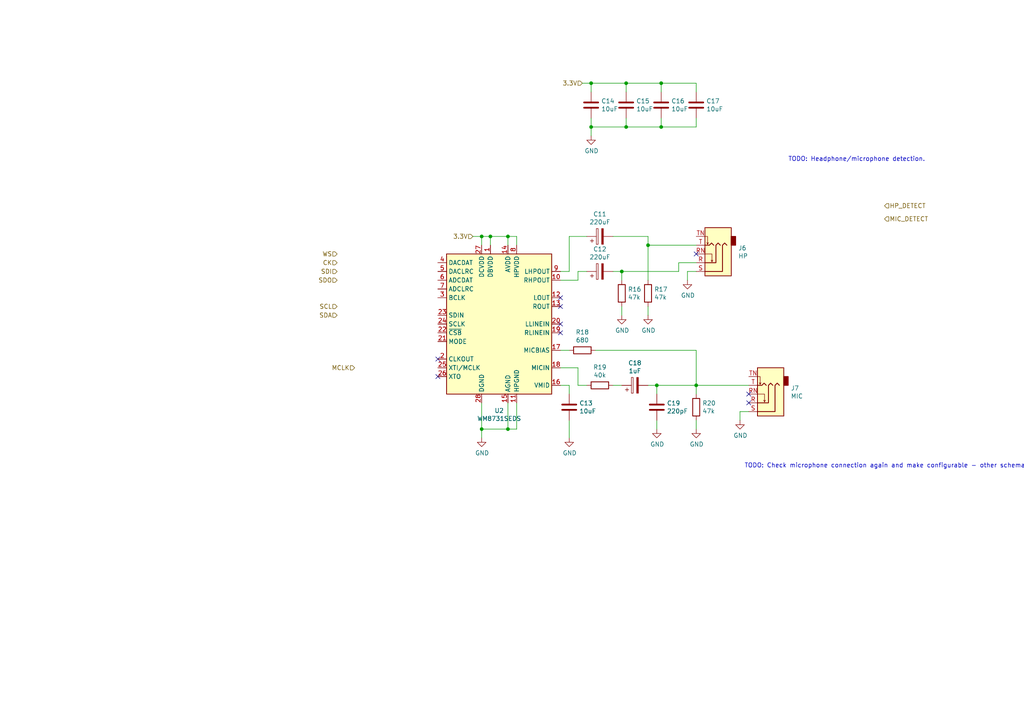
<source format=kicad_sch>
(kicad_sch (version 20201015) (generator eeschema)
  (page 1 7)
  (paper "A4")
  (lib_symbols
    (symbol "Audio:WM8731SEDS"
      (property "Reference" "U" (at -13.97 21.59 0))
      (property "Value" "WM8731SEDS" (at 0 5.08 0))
      (symbol "WM8731SEDS_0_1"
        (rectangle (start -15.24 20.32) (end 15.24 -20.32) (stroke (width 0.254)) (fill (type background)))
      )
      (symbol "WM8731SEDS_1_1"
        (pin power_in line (at -2.54 22.86 270) (length 2.54) (name "DBVDD") (number "1"))
        (pin output line (at 17.78 12.7 180) (length 2.54) (name "RHPOUT") (number "10"))
        (pin power_in line (at 5.08 -22.86 90) (length 2.54) (name "HPGND") (number "11"))
        (pin output line (at 17.78 7.62 180) (length 2.54) (name "LOUT") (number "12"))
        (pin output line (at 17.78 5.08 180) (length 2.54) (name "ROUT") (number "13"))
        (pin power_in line (at 2.54 22.86 270) (length 2.54) (name "AVDD") (number "14"))
        (pin power_in line (at 2.54 -22.86 90) (length 2.54) (name "AGND") (number "15"))
        (pin passive line (at 17.78 -17.78 180) (length 2.54) (name "VMID") (number "16"))
        (pin output line (at 17.78 -7.62 180) (length 2.54) (name "MICBIAS") (number "17"))
        (pin input line (at 17.78 -12.7 180) (length 2.54) (name "MICIN") (number "18"))
        (pin input line (at 17.78 -2.54 180) (length 2.54) (name "RLINEIN") (number "19"))
        (pin output line (at -17.78 -10.16 0) (length 2.54) (name "CLKOUT") (number "2"))
        (pin input line (at 17.78 0 180) (length 2.54) (name "LLINEIN") (number "20"))
        (pin input line (at -17.78 -5.08 0) (length 2.54) (name "MODE") (number "21"))
        (pin input line (at -17.78 -2.54 0) (length 2.54) (name "~CSB") (number "22"))
        (pin bidirectional line (at -17.78 2.54 0) (length 2.54) (name "SDIN") (number "23"))
        (pin input line (at -17.78 0 0) (length 2.54) (name "SCLK") (number "24"))
        (pin input line (at -17.78 -12.7 0) (length 2.54) (name "XTI/MCLK") (number "25"))
        (pin output line (at -17.78 -15.24 0) (length 2.54) (name "XTO") (number "26"))
        (pin power_in line (at -5.08 22.86 270) (length 2.54) (name "DCVDD") (number "27"))
        (pin power_in line (at -5.08 -22.86 90) (length 2.54) (name "DGND") (number "28"))
        (pin bidirectional line (at -17.78 7.62 0) (length 2.54) (name "BCLK") (number "3"))
        (pin input line (at -17.78 17.78 0) (length 2.54) (name "DACDAT") (number "4"))
        (pin bidirectional line (at -17.78 15.24 0) (length 2.54) (name "DACLRC") (number "5"))
        (pin output line (at -17.78 12.7 0) (length 2.54) (name "ADCDAT") (number "6"))
        (pin bidirectional line (at -17.78 10.16 0) (length 2.54) (name "ADCLRC") (number "7"))
        (pin power_in line (at 5.08 22.86 270) (length 2.54) (name "HPVDD") (number "8"))
        (pin output line (at 17.78 15.24 180) (length 2.54) (name "LHPOUT") (number "9"))
      )
    )
    (symbol "Connector:AudioJack3_SwitchTR"
      (property "Reference" "J" (at 0 8.89 0))
      (property "Value" "AudioJack3_SwitchTR" (at 0 6.35 0))
      (symbol "AudioJack3_SwitchTR_0_1"
        (rectangle (start -5.08 -5.08) (end -6.35 -7.62) (stroke (width 0.254)) (fill (type outline)))
        (rectangle (start 2.54 3.81) (end -5.08 -10.16) (stroke (width 0.254)) (fill (type background)))
        (polyline (pts (xy 0.508 -0.254) (xy 0.762 -0.762)))
        (polyline (pts (xy 1.778 -5.334) (xy 2.032 -5.842)))
        (polyline (pts (xy 0 -5.08) (xy 0.635 -5.715) (xy 1.27 -5.08) (xy 2.54 -5.08)) (stroke (width 0.254)))
        (polyline (pts (xy 2.54 -7.62) (xy 1.778 -7.62) (xy 1.778 -5.334) (xy 1.524 -5.842)))
        (polyline (pts (xy 2.54 -2.54) (xy 0.508 -2.54) (xy 0.508 -0.254) (xy 0.254 -0.762)))
        (polyline (pts (xy -1.905 -5.08) (xy -1.27 -5.715) (xy -0.635 -5.08) (xy -0.635 0) (xy 2.54 0)) (stroke (width 0.254)))
        (polyline (pts (xy 2.54 2.54) (xy -2.54 2.54) (xy -2.54 -5.08) (xy -3.175 -5.715) (xy -3.81 -5.08)) (stroke (width 0.254)))
      )
      (symbol "AudioJack3_SwitchTR_1_1"
        (pin passive line (at 5.08 0 180) (length 2.54) (name "~") (number "R"))
        (pin passive line (at 5.08 -2.54 180) (length 2.54) (name "~") (number "RN"))
        (pin passive line (at 5.08 2.54 180) (length 2.54) (name "~") (number "S"))
        (pin passive line (at 5.08 -5.08 180) (length 2.54) (name "~") (number "T"))
        (pin passive line (at 5.08 -7.62 180) (length 2.54) (name "~") (number "TN"))
      )
    )
    (symbol "Device:C" (pin_numbers hide) (pin_names (offset 0.254))
      (property "Reference" "C" (at 0.635 2.54 0))
      (property "Value" "C" (at 0.635 -2.54 0))
      (symbol "C_0_1"
        (polyline (pts (xy -2.032 -0.762) (xy 2.032 -0.762)) (stroke (width 0.508)))
        (polyline (pts (xy -2.032 0.762) (xy 2.032 0.762)) (stroke (width 0.508)))
      )
      (symbol "C_1_1"
        (pin passive line (at 0 3.81 270) (length 2.794) (name "~") (number "1"))
        (pin passive line (at 0 -3.81 90) (length 2.794) (name "~") (number "2"))
      )
    )
    (symbol "Device:C_Polarized" (pin_numbers hide) (pin_names (offset 0.254))
      (property "Reference" "C" (at 0.635 2.54 0))
      (property "Value" "C_Polarized" (at 0.635 -2.54 0))
      (symbol "C_Polarized_0_1"
        (rectangle (start -2.286 0.508) (end 2.286 1.016))
        (rectangle (start 2.286 -0.508) (end -2.286 -1.016) (fill (type outline)))
        (polyline (pts (xy -1.778 2.286) (xy -0.762 2.286)))
        (polyline (pts (xy -1.27 2.794) (xy -1.27 1.778)))
      )
      (symbol "C_Polarized_1_1"
        (pin passive line (at 0 3.81 270) (length 2.794) (name "~") (number "1"))
        (pin passive line (at 0 -3.81 90) (length 2.794) (name "~") (number "2"))
      )
    )
    (symbol "Device:R" (pin_numbers hide) (pin_names (offset 0))
      (property "Reference" "R" (at 2.032 0 90))
      (property "Value" "R" (at 0 0 90))
      (symbol "R_0_1"
        (rectangle (start -1.016 -2.54) (end 1.016 2.54) (stroke (width 0.254)))
      )
      (symbol "R_1_1"
        (pin passive line (at 0 3.81 270) (length 1.27) (name "~") (number "1"))
        (pin passive line (at 0 -3.81 90) (length 1.27) (name "~") (number "2"))
      )
    )
    (symbol "power:GND" (power) (pin_names (offset 0))
      (property "Value" "GND" (at 0 -3.81 0))
      (symbol "GND_0_1"
        (polyline (pts (xy 0 0) (xy 0 -1.27) (xy 1.27 -1.27) (xy 0 -2.54) (xy -1.27 -1.27) (xy 0 -1.27)))
      )
      (symbol "GND_1_1"
        (pin power_in line (at 0 0 270) (length 0) hide (name "GND") (number "1"))
      )
    )
  )
  (junction (at 139.7 68.58) (diameter 0.9144))
  (junction (at 139.7 124.46) (diameter 0.9144))
  (junction (at 142.24 68.58) (diameter 0.9144))
  (junction (at 147.32 68.58) (diameter 0.9144))
  (junction (at 147.32 124.46) (diameter 0.9144))
  (junction (at 171.45 24.13) (diameter 0.9144))
  (junction (at 171.45 36.83) (diameter 0.9144))
  (junction (at 180.34 78.74) (diameter 0.9144))
  (junction (at 181.61 24.13) (diameter 0.9144))
  (junction (at 181.61 36.83) (diameter 0.9144))
  (junction (at 187.96 71.12) (diameter 0.9144))
  (junction (at 190.5 111.76) (diameter 0.9144))
  (junction (at 191.77 24.13) (diameter 0.9144))
  (junction (at 191.77 36.83) (diameter 0.9144))
  (junction (at 201.93 111.76) (diameter 0.9144))
  (no_connect (at 162.56 88.9))
  (no_connect (at 162.56 96.52))
  (no_connect (at 162.56 86.36))
  (no_connect (at 127 104.14))
  (no_connect (at 217.17 114.3))
  (no_connect (at 127 109.22))
  (no_connect (at 162.56 93.98))
  (no_connect (at 217.17 116.84))
  (no_connect (at 201.93 73.66))
  (wire (pts (xy 137.16 68.58) (xy 139.7 68.58)))
  (wire (pts (xy 139.7 68.58) (xy 142.24 68.58)))
  (wire (pts (xy 139.7 71.12) (xy 139.7 68.58)))
  (wire (pts (xy 139.7 124.46) (xy 139.7 116.84)))
  (wire (pts (xy 139.7 124.46) (xy 139.7 127)))
  (wire (pts (xy 142.24 68.58) (xy 147.32 68.58)))
  (wire (pts (xy 142.24 71.12) (xy 142.24 68.58)))
  (wire (pts (xy 147.32 68.58) (xy 149.86 68.58)))
  (wire (pts (xy 147.32 71.12) (xy 147.32 68.58)))
  (wire (pts (xy 147.32 116.84) (xy 147.32 124.46)))
  (wire (pts (xy 147.32 124.46) (xy 139.7 124.46)))
  (wire (pts (xy 149.86 68.58) (xy 149.86 71.12)))
  (wire (pts (xy 149.86 116.84) (xy 149.86 124.46)))
  (wire (pts (xy 149.86 124.46) (xy 147.32 124.46)))
  (wire (pts (xy 162.56 78.74) (xy 165.1 78.74)))
  (wire (pts (xy 162.56 81.28) (xy 167.64 81.28)))
  (wire (pts (xy 162.56 101.6) (xy 165.1 101.6)))
  (wire (pts (xy 162.56 106.68) (xy 167.64 106.68)))
  (wire (pts (xy 162.56 111.76) (xy 165.1 111.76)))
  (wire (pts (xy 165.1 68.58) (xy 170.18 68.58)))
  (wire (pts (xy 165.1 78.74) (xy 165.1 68.58)))
  (wire (pts (xy 165.1 114.3) (xy 165.1 111.76)))
  (wire (pts (xy 165.1 121.92) (xy 165.1 127)))
  (wire (pts (xy 167.64 78.74) (xy 170.18 78.74)))
  (wire (pts (xy 167.64 81.28) (xy 167.64 78.74)))
  (wire (pts (xy 167.64 106.68) (xy 167.64 111.76)))
  (wire (pts (xy 167.64 111.76) (xy 170.18 111.76)))
  (wire (pts (xy 168.91 24.13) (xy 171.45 24.13)))
  (wire (pts (xy 171.45 24.13) (xy 181.61 24.13)))
  (wire (pts (xy 171.45 26.67) (xy 171.45 24.13)))
  (wire (pts (xy 171.45 34.29) (xy 171.45 36.83)))
  (wire (pts (xy 171.45 36.83) (xy 171.45 39.37)))
  (wire (pts (xy 171.45 36.83) (xy 181.61 36.83)))
  (wire (pts (xy 177.8 68.58) (xy 187.96 68.58)))
  (wire (pts (xy 177.8 78.74) (xy 180.34 78.74)))
  (wire (pts (xy 177.8 111.76) (xy 180.34 111.76)))
  (wire (pts (xy 180.34 78.74) (xy 180.34 81.28)))
  (wire (pts (xy 180.34 88.9) (xy 180.34 91.44)))
  (wire (pts (xy 181.61 24.13) (xy 191.77 24.13)))
  (wire (pts (xy 181.61 26.67) (xy 181.61 24.13)))
  (wire (pts (xy 181.61 34.29) (xy 181.61 36.83)))
  (wire (pts (xy 181.61 36.83) (xy 191.77 36.83)))
  (wire (pts (xy 187.96 68.58) (xy 187.96 71.12)))
  (wire (pts (xy 187.96 71.12) (xy 187.96 81.28)))
  (wire (pts (xy 187.96 91.44) (xy 187.96 88.9)))
  (wire (pts (xy 187.96 111.76) (xy 190.5 111.76)))
  (wire (pts (xy 190.5 111.76) (xy 190.5 114.3)))
  (wire (pts (xy 190.5 121.92) (xy 190.5 124.46)))
  (wire (pts (xy 191.77 24.13) (xy 201.93 24.13)))
  (wire (pts (xy 191.77 26.67) (xy 191.77 24.13)))
  (wire (pts (xy 191.77 36.83) (xy 191.77 34.29)))
  (wire (pts (xy 191.77 36.83) (xy 201.93 36.83)))
  (wire (pts (xy 196.85 76.2) (xy 196.85 78.74)))
  (wire (pts (xy 196.85 78.74) (xy 180.34 78.74)))
  (wire (pts (xy 199.39 78.74) (xy 199.39 81.28)))
  (wire (pts (xy 201.93 24.13) (xy 201.93 26.67)))
  (wire (pts (xy 201.93 36.83) (xy 201.93 34.29)))
  (wire (pts (xy 201.93 71.12) (xy 187.96 71.12)))
  (wire (pts (xy 201.93 76.2) (xy 196.85 76.2)))
  (wire (pts (xy 201.93 78.74) (xy 199.39 78.74)))
  (wire (pts (xy 201.93 101.6) (xy 172.72 101.6)))
  (wire (pts (xy 201.93 111.76) (xy 190.5 111.76)))
  (wire (pts (xy 201.93 111.76) (xy 201.93 101.6)))
  (wire (pts (xy 201.93 114.3) (xy 201.93 111.76)))
  (wire (pts (xy 201.93 124.46) (xy 201.93 121.92)))
  (wire (pts (xy 214.63 119.38) (xy 214.63 121.92)))
  (wire (pts (xy 217.17 111.76) (xy 201.93 111.76)))
  (wire (pts (xy 217.17 119.38) (xy 214.63 119.38)))
  (text "TODO: Check microphone connection again and make configurable - other schematics connect only the ring!" (at 215.9 135.89 0) (effects (font (size 1.27 1.27)) (justify left bottom)))
  (text "TODO: Headphone/microphone detection." (at 228.6 46.99 0) (effects (font (size 1.27 1.27)) (justify left bottom)))
  (hierarchical_label "WS" (shape input) (at 97.79 73.66 180))
  (hierarchical_label "CK" (shape input) (at 97.79 76.2 180))
  (hierarchical_label "SDI" (shape input) (at 97.79 78.74 180))
  (hierarchical_label "SDO" (shape input) (at 97.79 81.28 180))
  (hierarchical_label "SCL" (shape input) (at 97.79 88.9 180))
  (hierarchical_label "SDA" (shape input) (at 97.79 91.44 180))
  (hierarchical_label "MCLK" (shape input) (at 102.87 106.68 180))
  (hierarchical_label "3.3V" (shape input) (at 137.16 68.58 180))
  (hierarchical_label "3.3V" (shape input) (at 168.91 24.13 180))
  (hierarchical_label "HP_DETECT" (shape input) (at 256.54 59.69 0))
  (hierarchical_label "MIC_DETECT" (shape input) (at 256.54 63.5 0))
  (symbol (lib_id "power:GND") (at 139.7 127 0) (unit 1)
    (property "Reference" "#PWR0119" (effects hide))
    (property "Value" "GND" (at 139.827 131.3942 0))
  )
  (symbol (lib_id "power:GND") (at 165.1 127 0) (unit 1)
    (property "Reference" "#PWR0120" (effects hide))
    (property "Value" "GND" (at 165.227 131.3942 0))
  )
  (symbol (lib_id "power:GND") (at 171.45 39.37 0) (unit 1)
    (property "Reference" "#PWR0121" (effects hide))
    (property "Value" "GND" (at 171.577 43.7642 0))
  )
  (symbol (lib_id "power:GND") (at 180.34 91.44 0) (unit 1)
    (property "Reference" "#PWR0122" (effects hide))
    (property "Value" "GND" (at 180.467 95.8342 0))
  )
  (symbol (lib_id "power:GND") (at 187.96 91.44 0) (unit 1)
    (property "Reference" "#PWR0123" (effects hide))
    (property "Value" "GND" (at 188.087 95.8342 0))
  )
  (symbol (lib_id "power:GND") (at 190.5 124.46 0) (unit 1)
    (property "Reference" "#PWR0125" (effects hide))
    (property "Value" "GND" (at 190.627 128.8542 0))
  )
  (symbol (lib_id "power:GND") (at 199.39 81.28 0) (unit 1)
    (property "Reference" "#PWR0124" (effects hide))
    (property "Value" "GND" (at 199.517 85.6742 0))
  )
  (symbol (lib_id "power:GND") (at 201.93 124.46 0) (unit 1)
    (property "Reference" "#PWR0126" (effects hide))
    (property "Value" "GND" (at 202.057 128.8542 0))
  )
  (symbol (lib_id "power:GND") (at 214.63 121.92 0) (unit 1)
    (property "Reference" "#PWR0127" (effects hide))
    (property "Value" "GND" (at 214.757 126.3142 0))
  )
  (symbol (lib_id "Device:R") (at 168.91 101.6 270) (unit 1)
    (property "Reference" "R18" (at 168.91 96.3422 90))
    (property "Value" "680" (at 168.91 98.6536 90))
    (property "Footprint" "Resistor_SMD:R_0603_1608Metric" (effects hide))
  )
  (symbol (lib_id "Device:R") (at 173.99 111.76 270) (unit 1)
    (property "Reference" "R19" (at 173.99 106.5022 90))
    (property "Value" "40k" (at 173.99 108.8136 90))
    (property "Footprint" "Resistor_SMD:R_0603_1608Metric" (effects hide))
  )
  (symbol (lib_id "Device:R") (at 180.34 85.09 0) (unit 1)
    (property "Reference" "R16" (at 182.118 83.9216 0) (effects (justify left)))
    (property "Value" "47k" (at 182.118 86.233 0) (effects (justify left)))
    (property "Footprint" "Resistor_SMD:R_0603_1608Metric" (effects hide))
  )
  (symbol (lib_id "Device:R") (at 187.96 85.09 0) (unit 1)
    (property "Reference" "R17" (at 189.738 83.9216 0) (effects (justify left)))
    (property "Value" "47k" (at 189.738 86.233 0) (effects (justify left)))
    (property "Footprint" "Resistor_SMD:R_0603_1608Metric" (effects hide))
  )
  (symbol (lib_id "Device:R") (at 201.93 118.11 0) (unit 1)
    (property "Reference" "R20" (at 203.708 116.9416 0) (effects (justify left)))
    (property "Value" "47k" (at 203.708 119.253 0) (effects (justify left)))
    (property "Footprint" "Resistor_SMD:R_0603_1608Metric" (effects hide))
  )
  (symbol (lib_id "Device:C") (at 165.1 118.11 0) (unit 1)
    (property "Reference" "C13" (at 168.021 116.9416 0) (effects (justify left)))
    (property "Value" "10uF" (at 168.021 119.253 0) (effects (justify left)))
    (property "Footprint" "Capacitor_SMD:C_0805_2012Metric" (effects hide))
    (property "Part Name" "Taiyo Yuden LMK212F106ZG-T" (effects hide))
  )
  (symbol (lib_id "Device:C") (at 171.45 30.48 0) (unit 1)
    (property "Reference" "C14" (at 174.371 29.3116 0) (effects (justify left)))
    (property "Value" "10uF" (at 174.371 31.623 0) (effects (justify left)))
    (property "Footprint" "Capacitor_SMD:C_0805_2012Metric" (effects hide))
    (property "Part Name" "Taiyo Yuden LMK212F106ZG-T" (effects hide))
  )
  (symbol (lib_id "Device:C_Polarized") (at 173.99 68.58 90)
    (property "Reference" "C11" (at 173.99 62.103 90))
    (property "Value" "220uF" (at 173.99 64.4144 90))
    (property "Footprint" "Capacitor_SMD:CP_Elec_6.3x7.7" (effects hide))
  )
  (symbol (lib_id "Device:C_Polarized") (at 173.99 78.74 90)
    (property "Reference" "C12" (at 173.99 72.263 90))
    (property "Value" "220uF" (at 173.99 74.5744 90))
    (property "Footprint" "Capacitor_SMD:CP_Elec_6.3x7.7" (effects hide))
  )
  (symbol (lib_id "Device:C") (at 181.61 30.48 0) (unit 1)
    (property "Reference" "C15" (at 184.531 29.3116 0) (effects (justify left)))
    (property "Value" "10uF" (at 184.531 31.623 0) (effects (justify left)))
    (property "Footprint" "Capacitor_SMD:C_0805_2012Metric" (effects hide))
    (property "Part Name" "Taiyo Yuden LMK212F106ZG-T" (effects hide))
  )
  (symbol (lib_id "Device:C_Polarized") (at 184.15 111.76 90)
    (property "Reference" "C18" (at 184.15 105.283 90))
    (property "Value" "1uF" (at 184.15 107.5944 90))
    (property "Footprint" "Capacitor_SMD:CP_Elec_4x5.4" (effects hide))
  )
  (symbol (lib_id "Device:C") (at 190.5 118.11 0) (unit 1)
    (property "Reference" "C19" (at 193.421 116.9416 0) (effects (justify left)))
    (property "Value" "220pF" (at 193.421 119.253 0) (effects (justify left)))
    (property "Footprint" "Capacitor_SMD:C_0603_1608Metric" (effects hide))
    (property "Part Name" "Vishay VJ0603A221JNAAO" (effects hide))
  )
  (symbol (lib_id "Device:C") (at 191.77 30.48 0) (unit 1)
    (property "Reference" "C16" (at 194.691 29.3116 0) (effects (justify left)))
    (property "Value" "10uF" (at 194.691 31.623 0) (effects (justify left)))
    (property "Footprint" "Capacitor_SMD:C_0805_2012Metric" (effects hide))
    (property "Part Name" "Taiyo Yuden LMK212F106ZG-T" (effects hide))
  )
  (symbol (lib_id "Device:C") (at 201.93 30.48 0) (unit 1)
    (property "Reference" "C17" (at 204.851 29.3116 0) (effects (justify left)))
    (property "Value" "10uF" (at 204.851 31.623 0) (effects (justify left)))
    (property "Footprint" "Capacitor_SMD:C_0805_2012Metric" (effects hide))
    (property "Part Name" "Taiyo Yuden LMK212F106ZG-T" (effects hide))
  )
  (symbol (lib_id "Connector:AudioJack3_SwitchTR") (at 207.01 76.2 180) (unit 1)
    (property "Reference" "J6" (at 214.122 71.9582 0) (effects (justify right)))
    (property "Value" "HP" (at 214.122 74.2696 0) (effects (justify right)))
    (property "Footprint" "HackAmp-Footprints:Jack_3.5mm_Switchcraft_35RASMT4BHNTRX_Horizontal" (effects hide))
    (property "Part Name" "Switchcraft 35RASMT4BHNTRX" (effects hide))
  )
  (symbol (lib_id "Connector:AudioJack3_SwitchTR") (at 222.25 116.84 180) (unit 1)
    (property "Reference" "J7" (at 229.362 112.5982 0) (effects (justify right)))
    (property "Value" "MIC" (at 229.362 114.9096 0) (effects (justify right)))
    (property "Footprint" "HackAmp-Footprints:Jack_3.5mm_Switchcraft_35RASMT4BHNTRX_Horizontal" (effects hide))
    (property "Part Name" "Switchcraft 35RASMT4BHNTRX" (effects hide))
  )
  (symbol (lib_id "Audio:WM8731SEDS") (at 144.78 93.98 0) (unit 1)
    (property "Reference" "U2" (at 144.78 119.1006 0))
    (property "Value" "WM8731SEDS" (at 144.78 121.412 0))
    (property "Footprint" "Package_SO:SSOP-28_5.3x10.2mm_P0.65mm" (effects hide))
    (property "Datasheet" "https://statics.cirrus.com/pubs/proDatasheet/WM8731_v4.9.pdf" (effects hide))
  )
)
</source>
